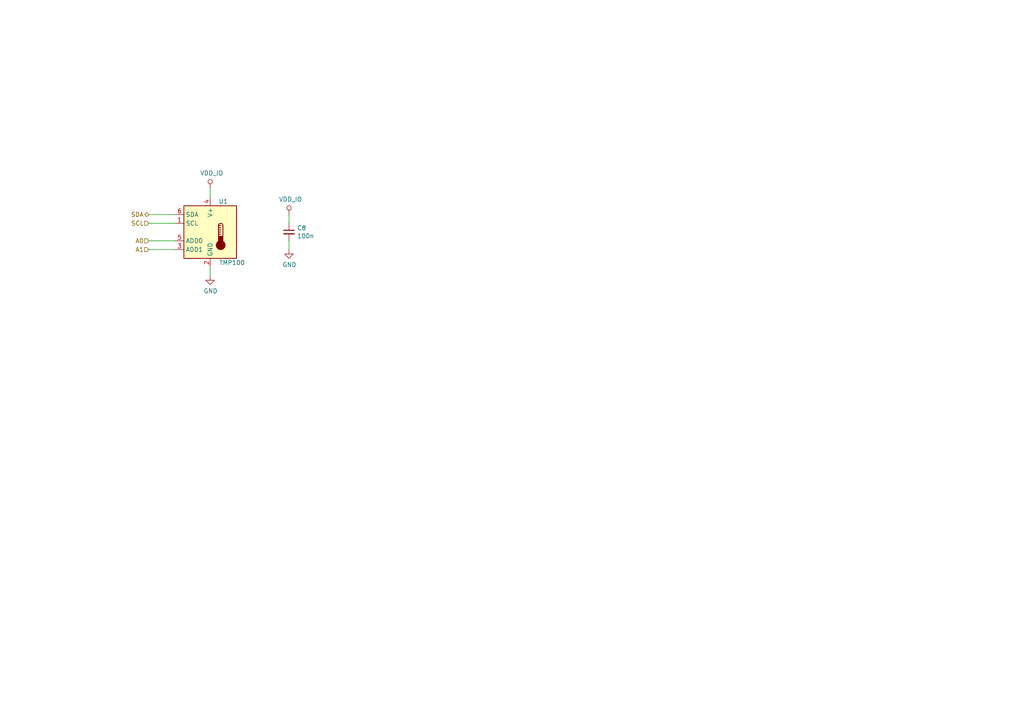
<source format=kicad_sch>
(kicad_sch (version 20231120) (generator "eeschema") (generator_version "8.0")
  (paper "A4")
  (title_block (title "Inner front-panel carrier board") (date "2020-07-30") (rev "R1a") (company "MaJo Electronics :)"))
  (lib_symbols
    (symbol "Device:C_Small" (pin_numbers hide) (pin_names (offset 0.254) hide)
      (property "Reference" "C" (at 0.254 1.778 0))
      (property "Value" "C_Small" (at 0.254 -2.032 0))
      (symbol "C_Small_0_1"
        (polyline (pts (xy -1.524 -0.508) (xy 1.524 -0.508)) (stroke (width 0.3302)))
        (polyline (pts (xy -1.524 0.508) (xy 1.524 0.508)) (stroke (width 0.3048)))
      )
      (symbol "C_Small_1_1"
        (pin passive line (at 0 2.54 270) (length 2.032) (name "~") (number "1"))
        (pin passive line (at 0 -2.54 90) (length 2.032) (name "~") (number "2"))
      )
    )
    (symbol "Sensor_Temperature:TMP100"
      (property "Reference" "U" (at 10.16 6.35 0))
      (property "Value" "TMP100" (at 12.7 3.81 0))
      (symbol "TMP100_0_1"
        (rectangle (start -7.62 7.62) (end 7.62 -7.62) (stroke (width 0.254)) (fill (type background)))
      )
      (symbol "TMP100_1_1"
        (polyline (pts (xy 2.413 -0.635) (xy 3.048 -0.635)) (stroke (width 0.254)))
        (polyline (pts (xy 2.413 0) (xy 3.048 0)) (stroke (width 0.254)))
        (polyline (pts (xy 2.413 0.635) (xy 3.048 0.635)) (stroke (width 0.254)))
        (polyline (pts (xy 2.413 1.27) (xy 3.048 1.27)) (stroke (width 0.254)))
        (polyline (pts (xy 2.413 1.905) (xy 2.413 -1.27)) (stroke (width 0.254)))
        (polyline (pts (xy 2.413 1.905) (xy 3.048 1.905)) (stroke (width 0.254)))
        (polyline (pts (xy 3.683 1.905) (xy 3.683 -1.27)) (stroke (width 0.254)))
        (circle (center 3.048 -3.81) (radius 1.27) (stroke (width 0.254)) (fill (type outline)))
        (rectangle (start 3.683 -3.175) (end 2.413 -1.27) (stroke (width 0.254)) (fill (type outline)))
        (arc (start 3.683 1.905) (mid 3.048 2.5372) (end 2.413 1.905) (stroke (width 0.254)))
        (pin input line (at -10.16 2.54 0) (length 2.54) (name "SCL") (number "1"))
        (pin power_in line (at 0 -10.16 90) (length 2.54) (name "GND") (number "2"))
        (pin input line (at -10.16 -5.08 0) (length 2.54) (name "ADD1") (number "3"))
        (pin power_in line (at 0 10.16 270) (length 2.54) (name "V+") (number "4"))
        (pin input line (at -10.16 -2.54 0) (length 2.54) (name "ADD0") (number "5"))
        (pin bidirectional line (at -10.16 5.08 0) (length 2.54) (name "SDA") (number "6"))
      )
    )
    (symbol "customlib_mj:VDD_IO" (power) (pin_names (offset 0))
      (property "Value" "VDD_IO" (at 0 3.81 0))
      (symbol "VDD_IO_0_1"
        (polyline (pts (xy 0 0) (xy 0 1.27)))
        (circle (center 0 1.905) (radius 0.635))
      )
      (symbol "VDD_IO_1_1"
        (pin power_in line (at 0 0 90) (length 0) hide (name "VDD_IO") (number "1"))
      )
    )
    (symbol "power:GND" (power) (pin_names (offset 0))
      (property "Value" "GND" (at 0 -3.81 0))
      (symbol "GND_0_1"
        (polyline (pts (xy 0 0) (xy 0 -1.27) (xy 1.27 -1.27) (xy 0 -2.54) (xy -1.27 -1.27) (xy 0 -1.27)))
      )
      (symbol "GND_1_1"
        (pin power_in line (at 0 0 270) (length 0) hide (name "GND") (number "1"))
      )
    )
  )
  (wire (pts (xy 43.18 72.39) (xy 50.8 72.39)))
  (wire (pts (xy 50.8 64.77) (xy 43.18 64.77)))
  (wire (pts (xy 43.18 62.23) (xy 50.8 62.23)))
  (wire (pts (xy 83.82 62.23) (xy 83.82 64.77)))
  (wire (pts (xy 60.96 80.01) (xy 60.96 77.47)))
  (wire (pts (xy 43.18 69.85) (xy 50.8 69.85)))
  (wire (pts (xy 60.96 54.61) (xy 60.96 57.15)))
  (wire (pts (xy 83.82 72.39) (xy 83.82 69.85)))
  (hierarchical_label "A1" (shape input) (at 43.18 72.39 180))
  (hierarchical_label "SDA" (shape bidirectional) (at 43.18 62.23 180))
  (hierarchical_label "A0" (shape input) (at 43.18 69.85 180))
  (hierarchical_label "SCL" (shape input) (at 43.18 64.77 180))
  (symbol (lib_id "Sensor_Temperature:TMP100") (at 60.96 67.31 0) (unit 1)
    (property "Reference" "U1" (at 64.77 58.42 0))
    (property "Value" "TMP100" (at 67.31 76.2 0))
    (property "Footprint" "Package_TO_SOT_SMD:SOT-23-6" (effects (hide yes)))
    (property "Datasheet" "http://www.ti.com/lit/gpn/tmp100" (effects (hide yes)))
    (instances (project "ss_frontpanel_inner_plate" (path "" (reference "U1") (unit 1)) (path "" (reference "U5") (unit 1)) (path "" (reference "U4") (unit 1)) (path "" (reference "U2") (unit 1)) (path "" (reference "U3") (unit 1))))
  )
  (symbol (lib_id "power:GND") (at 60.96 80.01 0) (unit 1)
    (property "Reference" "#PWR044" (effects (hide yes)))
    (property "Value" "GND" (at 61.087 84.4042 0))
    (instances (project "ss_frontpanel_inner_plate" (path "" (reference "#PWR044") (unit 1)) (path "" (reference "#PWR060") (unit 1)) (path "" (reference "#PWR056") (unit 1)) (path "" (reference "#PWR048") (unit 1)) (path "" (reference "#PWR052") (unit 1))))
  )
  (symbol (lib_id "customlib_mj:VDD_IO") (at 60.96 54.61 0) (unit 1)
    (property "Reference" "#PWR041" (effects (hide yes)))
    (property "Value" "VDD_IO" (at 61.3918 50.2158 0))
    (instances (project "ss_frontpanel_inner_plate" (path "" (reference "#PWR041") (unit 1)) (path "" (reference "#PWR057") (unit 1)) (path "" (reference "#PWR053") (unit 1)) (path "" (reference "#PWR045") (unit 1)) (path "" (reference "#PWR049") (unit 1))))
  )
  (symbol (lib_id "Device:C_Small") (at 83.82 67.31 0) (unit 1)
    (property "Reference" "C8" (at 86.1568 66.1416 0) (effects (justify left)))
    (property "Value" "100n" (at 86.1568 68.453 0) (effects (justify left)))
    (property "Footprint" "Capacitor_SMD:C_0603_1608Metric" (effects (hide yes)))
    (instances (project "ss_frontpanel_inner_plate" (path "" (reference "C8") (unit 1)) (path "" (reference "C12") (unit 1)) (path "" (reference "C11") (unit 1)) (path "" (reference "C9") (unit 1)) (path "" (reference "C10") (unit 1))))
  )
  (symbol (lib_id "customlib_mj:VDD_IO") (at 83.82 62.23 0) (unit 1)
    (property "Reference" "#PWR042" (effects (hide yes)))
    (property "Value" "VDD_IO" (at 84.2518 57.8358 0))
    (instances (project "ss_frontpanel_inner_plate" (path "" (reference "#PWR042") (unit 1)) (path "" (reference "#PWR058") (unit 1)) (path "" (reference "#PWR054") (unit 1)) (path "" (reference "#PWR046") (unit 1)) (path "" (reference "#PWR050") (unit 1))))
  )
  (symbol (lib_id "power:GND") (at 83.82 72.39 0) (unit 1)
    (property "Reference" "#PWR043" (effects (hide yes)))
    (property "Value" "GND" (at 83.947 76.7842 0))
    (instances (project "ss_frontpanel_inner_plate" (path "" (reference "#PWR043") (unit 1)) (path "" (reference "#PWR059") (unit 1)) (path "" (reference "#PWR055") (unit 1)) (path "" (reference "#PWR047") (unit 1)) (path "" (reference "#PWR051") (unit 1))))
  )
)
</source>
